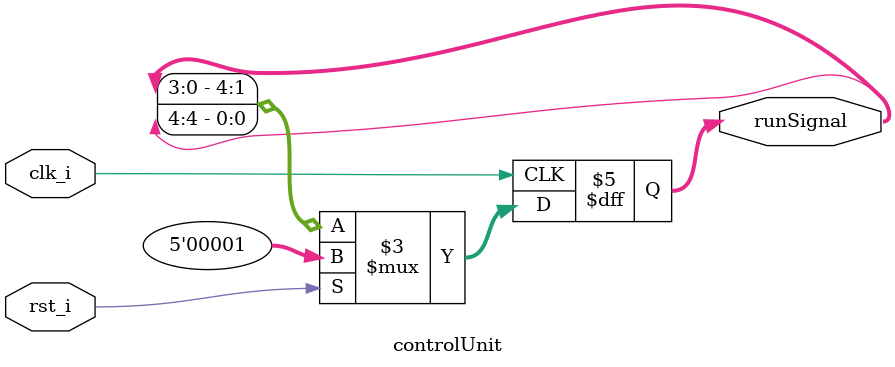
<source format=sv>
module controlUnit (
    input               clk_i,
    input               rst_i,

    output  reg [4:0]   runSignal
);

always @(posedge clk_i) begin
    if (rst_i)
        runSignal   <= 5'b00001;
    else
        runSignal   <=  { runSignal[3:0], runSignal[4] };
end
    
endmodule
</source>
